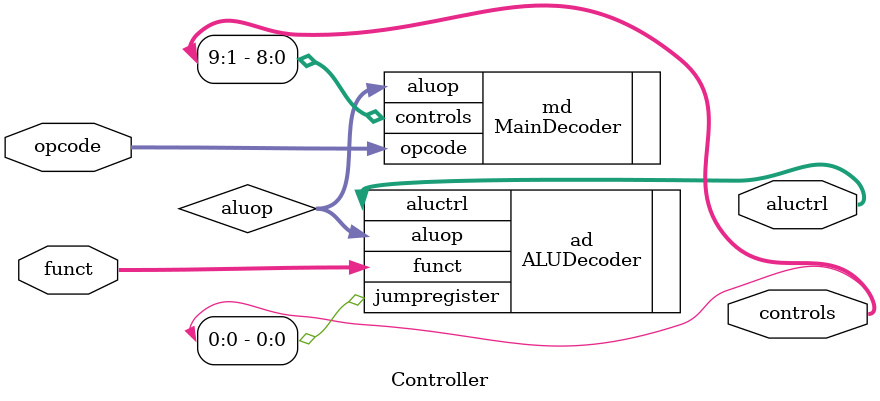
<source format=sv>
module Controller(
  input [5:0] opcode, funct, 
  output logic [9:0] controls,
  output logic [3:0] aluctrl
);
  logic [1:0] aluop;
  /* controls = {alusrc, memtoreg, memwrite, regdst, regwrite,
                         brancheq, branchneq, jump, jumpandlink, jumpregister} */
  
  MainDecoder md(.opcode(opcode), .aluop(aluop), .controls(controls[9:1]));
  ALUDecoder ad(.aluop(aluop), .funct(funct), .aluctrl(aluctrl), .jumpregister(controls[0]));
endmodule
</source>
